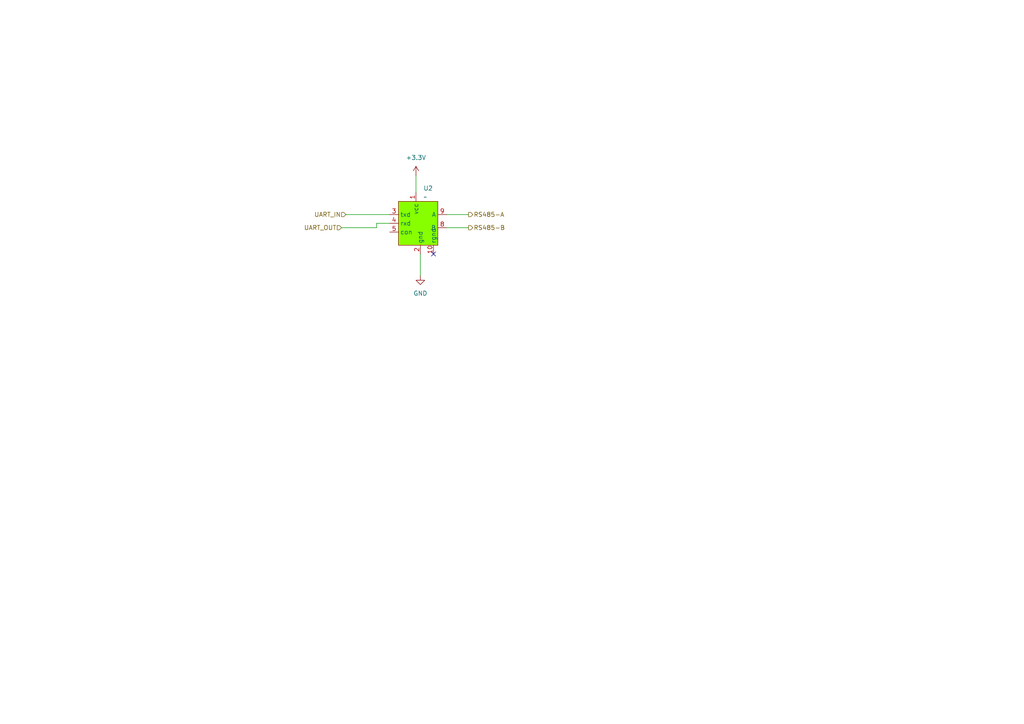
<source format=kicad_sch>
(kicad_sch
	(version 20250114)
	(generator "eeschema")
	(generator_version "9.0")
	(uuid "7355f554-e3d9-4474-9731-4b7736d70af0")
	(paper "A4")
	(lib_symbols
		(symbol "flautolibrery:RSM3485ECHT"
			(exclude_from_sim no)
			(in_bom yes)
			(on_board yes)
			(property "Reference" "U"
				(at 0 0 0)
				(effects
					(font
						(size 1.27 1.27)
					)
				)
			)
			(property "Value" ""
				(at 0 0 0)
				(effects
					(font
						(size 1.27 1.27)
					)
				)
			)
			(property "Footprint" ""
				(at 0 0 0)
				(effects
					(font
						(size 1.27 1.27)
					)
					(hide yes)
				)
			)
			(property "Datasheet" ""
				(at 0 0 0)
				(effects
					(font
						(size 1.27 1.27)
					)
					(hide yes)
				)
			)
			(property "Description" ""
				(at 0 0 0)
				(effects
					(font
						(size 1.27 1.27)
					)
					(hide yes)
				)
			)
			(symbol "RSM3485ECHT_1_1"
				(rectangle
					(start 2.54 -1.27)
					(end 13.97 -13.97)
					(stroke
						(width 0)
						(type solid)
					)
					(fill
						(type color)
						(color 136 255 0 1)
					)
				)
				(pin input line
					(at 0 -5.08 0)
					(length 2.54)
					(name "txd"
						(effects
							(font
								(size 1.27 1.27)
							)
						)
					)
					(number "3"
						(effects
							(font
								(size 1.27 1.27)
							)
						)
					)
				)
				(pin input line
					(at 0 -7.62 0)
					(length 2.54)
					(name "rxd"
						(effects
							(font
								(size 1.27 1.27)
							)
						)
					)
					(number "4"
						(effects
							(font
								(size 1.27 1.27)
							)
						)
					)
				)
				(pin input line
					(at 0 -10.16 0)
					(length 2.54)
					(name "con"
						(effects
							(font
								(size 1.27 1.27)
							)
						)
					)
					(number "5"
						(effects
							(font
								(size 1.27 1.27)
							)
						)
					)
				)
				(pin input line
					(at 7.62 1.27 270)
					(length 2.54)
					(name "vcc"
						(effects
							(font
								(size 1.27 1.27)
							)
						)
					)
					(number "1"
						(effects
							(font
								(size 1.27 1.27)
							)
						)
					)
				)
				(pin input line
					(at 8.89 -16.51 90)
					(length 2.54)
					(name "gnd"
						(effects
							(font
								(size 1.27 1.27)
							)
						)
					)
					(number "2"
						(effects
							(font
								(size 1.27 1.27)
							)
						)
					)
				)
				(pin input line
					(at 12.7 -16.51 90)
					(length 2.54)
					(name "rgnd"
						(effects
							(font
								(size 1.27 1.27)
							)
						)
					)
					(number "10"
						(effects
							(font
								(size 1.27 1.27)
							)
						)
					)
				)
				(pin input line
					(at 16.51 -5.08 180)
					(length 2.54)
					(name "A"
						(effects
							(font
								(size 1.27 1.27)
							)
						)
					)
					(number "9"
						(effects
							(font
								(size 1.27 1.27)
							)
						)
					)
				)
				(pin input line
					(at 16.51 -8.89 180)
					(length 2.54)
					(name "B"
						(effects
							(font
								(size 1.27 1.27)
							)
						)
					)
					(number "8"
						(effects
							(font
								(size 1.27 1.27)
							)
						)
					)
				)
			)
			(embedded_fonts no)
		)
		(symbol "power:+3.3V"
			(power)
			(pin_numbers
				(hide yes)
			)
			(pin_names
				(offset 0)
				(hide yes)
			)
			(exclude_from_sim no)
			(in_bom yes)
			(on_board yes)
			(property "Reference" "#PWR"
				(at 0 -3.81 0)
				(effects
					(font
						(size 1.27 1.27)
					)
					(hide yes)
				)
			)
			(property "Value" "+3.3V"
				(at 0 3.556 0)
				(effects
					(font
						(size 1.27 1.27)
					)
				)
			)
			(property "Footprint" ""
				(at 0 0 0)
				(effects
					(font
						(size 1.27 1.27)
					)
					(hide yes)
				)
			)
			(property "Datasheet" ""
				(at 0 0 0)
				(effects
					(font
						(size 1.27 1.27)
					)
					(hide yes)
				)
			)
			(property "Description" "Power symbol creates a global label with name \"+3.3V\""
				(at 0 0 0)
				(effects
					(font
						(size 1.27 1.27)
					)
					(hide yes)
				)
			)
			(property "ki_keywords" "global power"
				(at 0 0 0)
				(effects
					(font
						(size 1.27 1.27)
					)
					(hide yes)
				)
			)
			(symbol "+3.3V_0_1"
				(polyline
					(pts
						(xy -0.762 1.27) (xy 0 2.54)
					)
					(stroke
						(width 0)
						(type default)
					)
					(fill
						(type none)
					)
				)
				(polyline
					(pts
						(xy 0 2.54) (xy 0.762 1.27)
					)
					(stroke
						(width 0)
						(type default)
					)
					(fill
						(type none)
					)
				)
				(polyline
					(pts
						(xy 0 0) (xy 0 2.54)
					)
					(stroke
						(width 0)
						(type default)
					)
					(fill
						(type none)
					)
				)
			)
			(symbol "+3.3V_1_1"
				(pin power_in line
					(at 0 0 90)
					(length 0)
					(name "~"
						(effects
							(font
								(size 1.27 1.27)
							)
						)
					)
					(number "1"
						(effects
							(font
								(size 1.27 1.27)
							)
						)
					)
				)
			)
			(embedded_fonts no)
		)
		(symbol "power:GND"
			(power)
			(pin_numbers
				(hide yes)
			)
			(pin_names
				(offset 0)
				(hide yes)
			)
			(exclude_from_sim no)
			(in_bom yes)
			(on_board yes)
			(property "Reference" "#PWR"
				(at 0 -6.35 0)
				(effects
					(font
						(size 1.27 1.27)
					)
					(hide yes)
				)
			)
			(property "Value" "GND"
				(at 0 -3.81 0)
				(effects
					(font
						(size 1.27 1.27)
					)
				)
			)
			(property "Footprint" ""
				(at 0 0 0)
				(effects
					(font
						(size 1.27 1.27)
					)
					(hide yes)
				)
			)
			(property "Datasheet" ""
				(at 0 0 0)
				(effects
					(font
						(size 1.27 1.27)
					)
					(hide yes)
				)
			)
			(property "Description" "Power symbol creates a global label with name \"GND\" , ground"
				(at 0 0 0)
				(effects
					(font
						(size 1.27 1.27)
					)
					(hide yes)
				)
			)
			(property "ki_keywords" "global power"
				(at 0 0 0)
				(effects
					(font
						(size 1.27 1.27)
					)
					(hide yes)
				)
			)
			(symbol "GND_0_1"
				(polyline
					(pts
						(xy 0 0) (xy 0 -1.27) (xy 1.27 -1.27) (xy 0 -2.54) (xy -1.27 -1.27) (xy 0 -1.27)
					)
					(stroke
						(width 0)
						(type default)
					)
					(fill
						(type none)
					)
				)
			)
			(symbol "GND_1_1"
				(pin power_in line
					(at 0 0 270)
					(length 0)
					(name "~"
						(effects
							(font
								(size 1.27 1.27)
							)
						)
					)
					(number "1"
						(effects
							(font
								(size 1.27 1.27)
							)
						)
					)
				)
			)
			(embedded_fonts no)
		)
	)
	(no_connect
		(at 125.73 73.66)
		(uuid "0e27ce8b-f048-4704-a799-07af2c6c4578")
	)
	(wire
		(pts
			(xy 129.54 66.04) (xy 135.89 66.04)
		)
		(stroke
			(width 0)
			(type default)
		)
		(uuid "0b017111-e570-4769-a45d-b4e25dd4e9d6")
	)
	(wire
		(pts
			(xy 99.06 66.04) (xy 109.22 66.04)
		)
		(stroke
			(width 0)
			(type default)
		)
		(uuid "1e3380d2-5234-4739-81c9-b9c23ef1f810")
	)
	(wire
		(pts
			(xy 129.54 62.23) (xy 135.89 62.23)
		)
		(stroke
			(width 0)
			(type default)
		)
		(uuid "8d1821f1-9584-4484-a9f0-0da5ae3f7737")
	)
	(wire
		(pts
			(xy 121.92 73.66) (xy 121.92 80.01)
		)
		(stroke
			(width 0)
			(type default)
		)
		(uuid "ae2c50d8-1a22-4b90-a17b-800721ae27ae")
	)
	(wire
		(pts
			(xy 120.65 50.8) (xy 120.65 55.88)
		)
		(stroke
			(width 0)
			(type default)
		)
		(uuid "ce4d9140-5a31-47de-a80d-98d157695a85")
	)
	(wire
		(pts
			(xy 109.22 64.77) (xy 113.03 64.77)
		)
		(stroke
			(width 0)
			(type default)
		)
		(uuid "d3128999-eef9-4cdd-b434-9834dac93370")
	)
	(wire
		(pts
			(xy 109.22 66.04) (xy 109.22 64.77)
		)
		(stroke
			(width 0)
			(type default)
		)
		(uuid "e2ebfc49-eaa7-45d1-bacc-4f34957871ba")
	)
	(wire
		(pts
			(xy 100.33 62.23) (xy 113.03 62.23)
		)
		(stroke
			(width 0)
			(type default)
		)
		(uuid "f0687def-cadd-4abe-b228-36ec8c231b6e")
	)
	(hierarchical_label "RS485-B"
		(shape output)
		(at 135.89 66.04 0)
		(effects
			(font
				(size 1.27 1.27)
			)
			(justify left)
		)
		(uuid "9abf6cfa-a269-43fa-bff4-bf11f6e8d660")
	)
	(hierarchical_label "UART_OUT"
		(shape input)
		(at 99.06 66.04 180)
		(effects
			(font
				(size 1.27 1.27)
			)
			(justify right)
		)
		(uuid "9f8e2ebb-856b-46b1-a282-2df5ceb88886")
	)
	(hierarchical_label "RS485-A"
		(shape output)
		(at 135.89 62.23 0)
		(effects
			(font
				(size 1.27 1.27)
			)
			(justify left)
		)
		(uuid "a77892c5-54fd-403b-93e5-3019d7b9a169")
	)
	(hierarchical_label "UART_IN"
		(shape input)
		(at 100.33 62.23 180)
		(effects
			(font
				(size 1.27 1.27)
			)
			(justify right)
		)
		(uuid "f5d65495-c982-43e0-82f5-9f34c91a0c68")
	)
	(symbol
		(lib_id "flautolibrery:RSM3485ECHT")
		(at 113.03 57.15 0)
		(unit 1)
		(exclude_from_sim no)
		(in_bom yes)
		(on_board yes)
		(dnp no)
		(fields_autoplaced yes)
		(uuid "55b5bb33-c301-430f-a265-bb709f592a34")
		(property "Reference" "U2"
			(at 122.7933 54.61 0)
			(effects
				(font
					(size 1.27 1.27)
				)
				(justify left)
			)
		)
		(property "Value" "~"
			(at 122.7933 57.15 0)
			(effects
				(font
					(size 1.27 1.27)
				)
				(justify left)
			)
		)
		(property "Footprint" ""
			(at 113.03 57.15 0)
			(effects
				(font
					(size 1.27 1.27)
				)
				(hide yes)
			)
		)
		(property "Datasheet" ""
			(at 113.03 57.15 0)
			(effects
				(font
					(size 1.27 1.27)
				)
				(hide yes)
			)
		)
		(property "Description" ""
			(at 113.03 57.15 0)
			(effects
				(font
					(size 1.27 1.27)
				)
				(hide yes)
			)
		)
		(pin "3"
			(uuid "a0ddae6d-3b40-409f-bf9f-dcff523c63b7")
		)
		(pin "9"
			(uuid "799a5efa-1cfb-488b-b136-436c54fd82d5")
		)
		(pin "8"
			(uuid "8ce74170-f31e-4e16-9e79-24b11ba4f213")
		)
		(pin "4"
			(uuid "84da31e8-6352-436a-a713-6bff730fc503")
		)
		(pin "5"
			(uuid "42890cef-9828-41e7-8d92-2a1afcb3a51f")
		)
		(pin "1"
			(uuid "e05067a0-31b5-466d-b995-df3605b0bfdb")
		)
		(pin "2"
			(uuid "4bb477a0-2ad4-4f6b-af34-b1781555dc96")
		)
		(pin "10"
			(uuid "a123654d-026b-49ee-91a4-7c8d83c5f398")
		)
		(instances
			(project ""
				(path "/dc6fb271-dfd0-4448-98f1-862b1cc93a80/2ca62569-d560-4cca-9470-52fd378086ae/ce707804-ba57-4306-981f-c51fb195c146"
					(reference "U2")
					(unit 1)
				)
			)
		)
	)
	(symbol
		(lib_id "power:GND")
		(at 121.92 80.01 0)
		(unit 1)
		(exclude_from_sim no)
		(in_bom yes)
		(on_board yes)
		(dnp no)
		(fields_autoplaced yes)
		(uuid "b1d16a6e-355b-4dcd-ada1-a7a729a90691")
		(property "Reference" "#PWR010"
			(at 121.92 86.36 0)
			(effects
				(font
					(size 1.27 1.27)
				)
				(hide yes)
			)
		)
		(property "Value" "GND"
			(at 121.92 85.09 0)
			(effects
				(font
					(size 1.27 1.27)
				)
			)
		)
		(property "Footprint" ""
			(at 121.92 80.01 0)
			(effects
				(font
					(size 1.27 1.27)
				)
				(hide yes)
			)
		)
		(property "Datasheet" ""
			(at 121.92 80.01 0)
			(effects
				(font
					(size 1.27 1.27)
				)
				(hide yes)
			)
		)
		(property "Description" "Power symbol creates a global label with name \"GND\" , ground"
			(at 121.92 80.01 0)
			(effects
				(font
					(size 1.27 1.27)
				)
				(hide yes)
			)
		)
		(pin "1"
			(uuid "2b518484-5c4c-46df-9d45-8a58311b6718")
		)
		(instances
			(project ""
				(path "/dc6fb271-dfd0-4448-98f1-862b1cc93a80/2ca62569-d560-4cca-9470-52fd378086ae/ce707804-ba57-4306-981f-c51fb195c146"
					(reference "#PWR010")
					(unit 1)
				)
			)
		)
	)
	(symbol
		(lib_id "power:+3.3V")
		(at 120.65 50.8 0)
		(unit 1)
		(exclude_from_sim no)
		(in_bom yes)
		(on_board yes)
		(dnp no)
		(fields_autoplaced yes)
		(uuid "e8ee5a74-3ce5-4bc7-b09b-99c4a8fb1d35")
		(property "Reference" "#PWR09"
			(at 120.65 54.61 0)
			(effects
				(font
					(size 1.27 1.27)
				)
				(hide yes)
			)
		)
		(property "Value" "+3.3V"
			(at 120.65 45.72 0)
			(effects
				(font
					(size 1.27 1.27)
				)
			)
		)
		(property "Footprint" ""
			(at 120.65 50.8 0)
			(effects
				(font
					(size 1.27 1.27)
				)
				(hide yes)
			)
		)
		(property "Datasheet" ""
			(at 120.65 50.8 0)
			(effects
				(font
					(size 1.27 1.27)
				)
				(hide yes)
			)
		)
		(property "Description" "Power symbol creates a global label with name \"+3.3V\""
			(at 120.65 50.8 0)
			(effects
				(font
					(size 1.27 1.27)
				)
				(hide yes)
			)
		)
		(pin "1"
			(uuid "9b744767-70ec-41de-8ce5-8f41aaf09d3e")
		)
		(instances
			(project ""
				(path "/dc6fb271-dfd0-4448-98f1-862b1cc93a80/2ca62569-d560-4cca-9470-52fd378086ae/ce707804-ba57-4306-981f-c51fb195c146"
					(reference "#PWR09")
					(unit 1)
				)
			)
		)
	)
)

</source>
